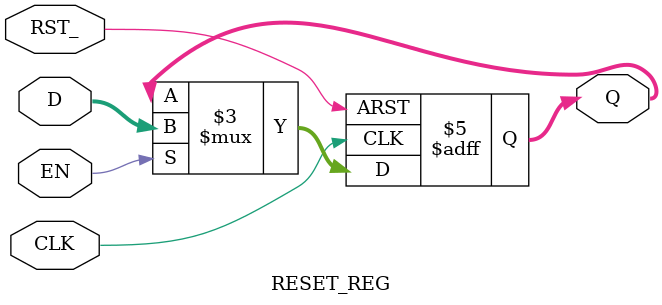
<source format=sv>
/***************************************************************************
ECE 526/L
Experiment 6: Sum of products
Developer: Joel Bailey
****************************************************************************
File Name: RESISTER.sv
Date Created: 20201019
Date Last Modified: 20201022

Module Purpose: 
AASD D-FF
***************************************************************************/
`timescale 1 ns / 100 ps

module RESET_REG(CLK, RST_, EN, D, Q);
parameter WIDTH = 4;

    input CLK, EN, RST_;
    input [WIDTH - 1 : 0] D;
    output reg [WIDTH - 1 : 0] Q;

    always @(posedge CLK, negedge RST_) begin
        if (!RST_) 
            Q <= 0;
        else
            if (EN)
                Q <= D;
    end

endmodule
</source>
